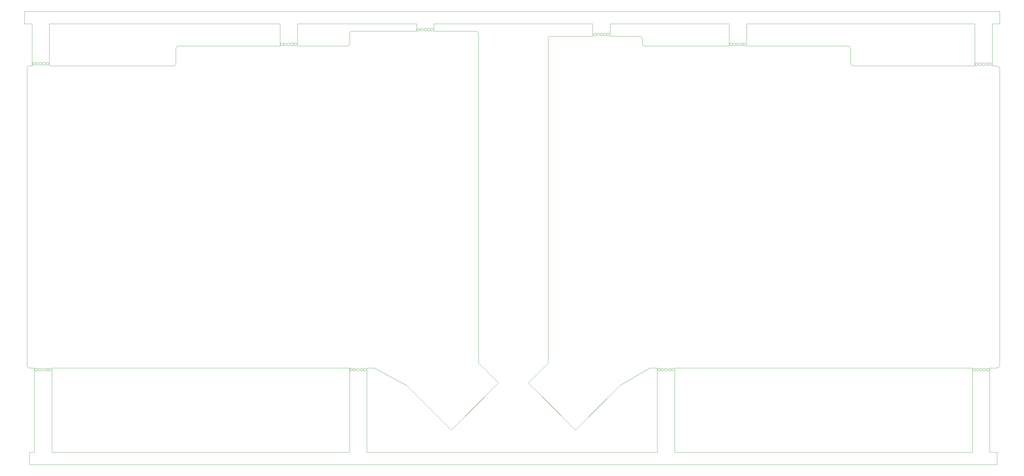
<source format=gbr>
%TF.GenerationSoftware,KiCad,Pcbnew,(5.1.10)-1*%
%TF.CreationDate,2021-08-09T17:58:55+02:00*%
%TF.ProjectId,T1,54312e6b-6963-4616-945f-706362585858,rev?*%
%TF.SameCoordinates,Original*%
%TF.FileFunction,Profile,NP*%
%FSLAX46Y46*%
G04 Gerber Fmt 4.6, Leading zero omitted, Abs format (unit mm)*
G04 Created by KiCad (PCBNEW (5.1.10)-1) date 2021-08-09 17:58:55*
%MOMM*%
%LPD*%
G01*
G04 APERTURE LIST*
%TA.AperFunction,Profile*%
%ADD10C,0.050000*%
%TD*%
G04 APERTURE END LIST*
D10*
X-9956095Y-152146000D02*
G75*
G03*
X-9956095Y-152146000I-457905J0D01*
G01*
X-8940095Y-152146000D02*
G75*
G03*
X-8940095Y-152146000I-457905J0D01*
G01*
X-11099095Y-152146000D02*
G75*
G03*
X-11099095Y-152146000I-457905J0D01*
G01*
X-12242095Y-152146000D02*
G75*
G03*
X-12242095Y-152146000I-457905J0D01*
G01*
X-13258095Y-152146000D02*
G75*
G03*
X-13258095Y-152146000I-457905J0D01*
G01*
X90881905Y-152146000D02*
G75*
G03*
X90881905Y-152146000I-457905J0D01*
G01*
X88595905Y-152146000D02*
G75*
G03*
X88595905Y-152146000I-457905J0D01*
G01*
X89738905Y-152146000D02*
G75*
G03*
X89738905Y-152146000I-457905J0D01*
G01*
X91897905Y-152146000D02*
G75*
G03*
X91897905Y-152146000I-457905J0D01*
G01*
X87579905Y-152146000D02*
G75*
G03*
X87579905Y-152146000I-457905J0D01*
G01*
X-11861095Y-54102000D02*
G75*
G03*
X-11861095Y-54102000I-457905J0D01*
G01*
X-10718095Y-54102000D02*
G75*
G03*
X-10718095Y-54102000I-457905J0D01*
G01*
X-13004095Y-54102000D02*
G75*
G03*
X-13004095Y-54102000I-457905J0D01*
G01*
X-9702095Y-54102000D02*
G75*
G03*
X-9702095Y-54102000I-457905J0D01*
G01*
X-14020095Y-54102000D02*
G75*
G03*
X-14020095Y-54102000I-457905J0D01*
G01*
X68656905Y-47879000D02*
G75*
G03*
X68656905Y-47879000I-457905J0D01*
G01*
X66370905Y-47879000D02*
G75*
G03*
X66370905Y-47879000I-457905J0D01*
G01*
X65354905Y-47879000D02*
G75*
G03*
X65354905Y-47879000I-457905J0D01*
G01*
X67513905Y-47879000D02*
G75*
G03*
X67513905Y-47879000I-457905J0D01*
G01*
X69672905Y-47879000D02*
G75*
G03*
X69672905Y-47879000I-457905J0D01*
G01*
X113360905Y-43180000D02*
G75*
G03*
X113360905Y-43180000I-457905J0D01*
G01*
X110058905Y-43180000D02*
G75*
G03*
X110058905Y-43180000I-457905J0D01*
G01*
X112344905Y-43180000D02*
G75*
G03*
X112344905Y-43180000I-457905J0D01*
G01*
X111201905Y-43180000D02*
G75*
G03*
X111201905Y-43180000I-457905J0D01*
G01*
X109042905Y-43180000D02*
G75*
G03*
X109042905Y-43180000I-457905J0D01*
G01*
X169748905Y-44704000D02*
G75*
G03*
X169748905Y-44704000I-457905J0D01*
G01*
X167589905Y-44704000D02*
G75*
G03*
X167589905Y-44704000I-457905J0D01*
G01*
X168732905Y-44704000D02*
G75*
G03*
X168732905Y-44704000I-457905J0D01*
G01*
X166446905Y-44704000D02*
G75*
G03*
X166446905Y-44704000I-457905J0D01*
G01*
X165430905Y-44704000D02*
G75*
G03*
X165430905Y-44704000I-457905J0D01*
G01*
X211150905Y-47879000D02*
G75*
G03*
X211150905Y-47879000I-457905J0D01*
G01*
X210007905Y-47879000D02*
G75*
G03*
X210007905Y-47879000I-457905J0D01*
G01*
X212293905Y-47879000D02*
G75*
G03*
X212293905Y-47879000I-457905J0D01*
G01*
X213309905Y-47879000D02*
G75*
G03*
X213309905Y-47879000I-457905J0D01*
G01*
X208991905Y-47879000D02*
G75*
G03*
X208991905Y-47879000I-457905J0D01*
G01*
X289763905Y-54229000D02*
G75*
G03*
X289763905Y-54229000I-457905J0D01*
G01*
X290906905Y-54229000D02*
G75*
G03*
X290906905Y-54229000I-457905J0D01*
G01*
X291922905Y-54229000D02*
G75*
G03*
X291922905Y-54229000I-457905J0D01*
G01*
X287604905Y-54229000D02*
G75*
G03*
X287604905Y-54229000I-457905J0D01*
G01*
X288620905Y-54229000D02*
G75*
G03*
X288620905Y-54229000I-457905J0D01*
G01*
X189306905Y-152146000D02*
G75*
G03*
X189306905Y-152146000I-457905J0D01*
G01*
X188163905Y-152146000D02*
G75*
G03*
X188163905Y-152146000I-457905J0D01*
G01*
X190322905Y-152146000D02*
G75*
G03*
X190322905Y-152146000I-457905J0D01*
G01*
X187020905Y-152146000D02*
G75*
G03*
X187020905Y-152146000I-457905J0D01*
G01*
X186004905Y-152146000D02*
G75*
G03*
X186004905Y-152146000I-457905J0D01*
G01*
X290144905Y-152146000D02*
G75*
G03*
X290144905Y-152146000I-457905J0D01*
G01*
X289001905Y-152146000D02*
G75*
G03*
X289001905Y-152146000I-457905J0D01*
G01*
X287858905Y-152146000D02*
G75*
G03*
X287858905Y-152146000I-457905J0D01*
G01*
X291160905Y-152146000D02*
G75*
G03*
X291160905Y-152146000I-457905J0D01*
G01*
X286842905Y-152146000D02*
G75*
G03*
X286842905Y-152146000I-457905J0D01*
G01*
X-14287500Y-152400000D02*
X-14287500Y-151606250D01*
X-14287500Y-178593750D02*
X-14287500Y-152400000D01*
X-8731250Y-152400000D02*
X-8731250Y-151606250D01*
X-8731250Y-178593750D02*
X-8731250Y-152400000D01*
X92075000Y-151606250D02*
X94456250Y-151606250D01*
X92075000Y-153193750D02*
X92075000Y-151606250D01*
X86518750Y-151606250D02*
X86518750Y-153193750D01*
X-8731250Y-151606250D02*
X86518750Y-151606250D01*
X-14287500Y-151606250D02*
X-15875000Y-151606250D01*
X285750000Y-151606250D02*
X190500000Y-151606250D01*
X285750000Y-152400000D02*
X285750000Y-151606250D01*
X291306250Y-151606250D02*
X291306250Y-152400000D01*
X293687500Y-151606250D02*
X291306250Y-151606250D01*
X190500000Y-152400000D02*
X190500000Y-151606250D01*
X184943750Y-151606250D02*
X182562500Y-151606250D01*
X184943750Y-152400000D02*
X184943750Y-151606250D01*
X291306250Y-178593750D02*
X291306250Y-152400000D01*
X285750000Y-178593750D02*
X285750000Y-152400000D01*
X293687500Y-178593750D02*
X291306250Y-178593750D01*
X293687500Y-182562500D02*
X293687500Y-178593750D01*
X190500000Y-178593750D02*
X285750000Y-178593750D01*
X190500000Y-152400000D02*
X190500000Y-178593750D01*
X184943750Y-178593750D02*
X180181250Y-178593750D01*
X184943750Y-152400000D02*
X184943750Y-178593750D01*
X119062500Y-178593750D02*
X180181250Y-178593750D01*
X119062500Y-182562500D02*
X293687500Y-182562500D01*
X92075000Y-178593750D02*
X119062500Y-178593750D01*
X92075000Y-178593750D02*
X92075000Y-153193750D01*
X86518750Y-178593750D02*
X86518750Y-153193750D01*
X-8731250Y-178593750D02*
X86518750Y-178593750D01*
X-15875000Y-178593750D02*
X-14287500Y-178593750D01*
X-15875000Y-182562500D02*
X-15875000Y-178593750D01*
X119062500Y-182562500D02*
X-15875000Y-182562500D01*
X293687500Y-54768750D02*
X292100000Y-54768750D01*
X292100000Y-54768750D02*
X292100000Y-53975000D01*
X286543750Y-54768750D02*
X286543750Y-53975000D01*
X247650000Y-54768750D02*
X286543750Y-54768750D01*
X213518750Y-48418750D02*
X226218750Y-48418750D01*
X213518750Y-47625000D02*
X213518750Y-48418750D01*
X207962500Y-48418750D02*
X207962500Y-47625000D01*
X180975000Y-48418750D02*
X207962500Y-48418750D01*
X69850000Y-48418750D02*
X85725000Y-48418750D01*
X69850000Y-47625000D02*
X69850000Y-48418750D01*
X64293750Y-48418750D02*
X64293750Y-47625000D01*
X31750000Y-48418750D02*
X64293750Y-48418750D01*
X-9525000Y-54768750D02*
X-9525000Y-53181250D01*
X30162500Y-54768750D02*
X-9525000Y-54768750D01*
X-15081250Y-54768750D02*
X-15081250Y-53181250D01*
X-15081250Y-54768750D02*
X-15875000Y-54768750D01*
X292100000Y-41275000D02*
X292100000Y-53975000D01*
X286543750Y-41275000D02*
X286543750Y-53975000D01*
X213518750Y-41275000D02*
X213518750Y-47625000D01*
X207962500Y-41275000D02*
X207962500Y-47625000D01*
X69850000Y-41275000D02*
X69850000Y-47625000D01*
X64293750Y-41275000D02*
X64293750Y-47625000D01*
X-9525000Y-41275000D02*
X-9525000Y-53181250D01*
X-15081250Y-41275000D02*
X-15081250Y-53181250D01*
X-9525000Y-41275000D02*
X-1587500Y-41275000D01*
X-17462500Y-41275000D02*
X-15081250Y-41275000D01*
X-17462500Y-37306250D02*
X-17462500Y-41275000D01*
X286543750Y-41275000D02*
X277812500Y-41275000D01*
X294481250Y-41275000D02*
X292100000Y-41275000D01*
X64293750Y-41275000D02*
X-1587500Y-41275000D01*
X107950000Y-41275000D02*
X69850000Y-41275000D01*
X33337500Y-37306250D02*
X164306250Y-37306250D01*
X294481250Y-37306250D02*
X294481250Y-41275000D01*
X164306250Y-37306250D02*
X294481250Y-37306250D01*
X215106250Y-41275000D02*
X277812500Y-41275000D01*
X213518750Y-41275000D02*
X215106250Y-41275000D01*
X169862500Y-41275000D02*
X207962500Y-41275000D01*
X33337500Y-37306250D02*
X-17462500Y-37306250D01*
X169862500Y-45243750D02*
X169862500Y-41275000D01*
X164306250Y-41275000D02*
X164306250Y-45243750D01*
X113506250Y-41275000D02*
X164306250Y-41275000D01*
X179387500Y-45243750D02*
X169862500Y-45243750D01*
X150812500Y-45243750D02*
X164306250Y-45243750D01*
X107950000Y-43656250D02*
X107950000Y-41275000D01*
X113506250Y-43656250D02*
X113506250Y-41275000D01*
X107156250Y-43656250D02*
X107950000Y-43656250D01*
X107156250Y-43656250D02*
X87312500Y-43656250D01*
X127000000Y-43656250D02*
X113506250Y-43656250D01*
X173037500Y-157162500D02*
X182562500Y-151606250D01*
X294481250Y-150812500D02*
X294481250Y-55562500D01*
X158750000Y-171450000D02*
X173037500Y-157162500D01*
X143668750Y-156368750D02*
X158750000Y-171450000D01*
X150018750Y-150018750D02*
X143668750Y-156368750D01*
X150018750Y-46037500D02*
X150018750Y-150018750D01*
X150018750Y-46037500D02*
G75*
G02*
X150812500Y-45243750I793750J0D01*
G01*
X180181250Y-47625000D02*
X180181250Y-46037500D01*
X180975000Y-48418750D02*
G75*
G02*
X180181250Y-47625000I0J793750D01*
G01*
X179387500Y-45243750D02*
G75*
G02*
X180181250Y-46037500I0J-793750D01*
G01*
X246856250Y-51593750D02*
X246856250Y-49212500D01*
X246062500Y-48418750D02*
G75*
G02*
X246856250Y-49212500I0J-793750D01*
G01*
X226218750Y-48418750D02*
X246062500Y-48418750D01*
X246856250Y-53975000D02*
X246856250Y-51593750D01*
X247650000Y-54768750D02*
G75*
G02*
X246856250Y-53975000I0J793750D01*
G01*
X293687500Y-54768750D02*
G75*
G02*
X294481250Y-55562500I0J-793750D01*
G01*
X294481250Y-150812500D02*
G75*
G02*
X293687500Y-151606250I-793750J0D01*
G01*
X104775000Y-157162500D02*
X94456250Y-151606250D01*
X119062500Y-171450000D02*
X104775000Y-157162500D01*
X134143750Y-156368750D02*
X119062500Y-171450000D01*
X127793750Y-150018750D02*
X134143750Y-156368750D01*
X127793750Y-44450000D02*
X127793750Y-150018750D01*
X127000000Y-43656250D02*
G75*
G02*
X127793750Y-44450000I0J-793750D01*
G01*
X86518750Y-47625000D02*
X86518750Y-44450000D01*
X86518750Y-44450000D02*
G75*
G02*
X87312500Y-43656250I793750J0D01*
G01*
X86518750Y-47625000D02*
G75*
G02*
X85725000Y-48418750I-793750J0D01*
G01*
X30956250Y-49212500D02*
G75*
G02*
X31750000Y-48418750I793750J0D01*
G01*
X30956250Y-53975000D02*
X30956250Y-49212500D01*
X-16668750Y-55562500D02*
X-16668750Y-150812500D01*
X30956250Y-53975000D02*
G75*
G02*
X30162500Y-54768750I-793750J0D01*
G01*
X-15875000Y-151606250D02*
G75*
G02*
X-16668750Y-150812500I0J793750D01*
G01*
X-16668750Y-55562500D02*
G75*
G02*
X-15875000Y-54768750I793750J0D01*
G01*
M02*

</source>
